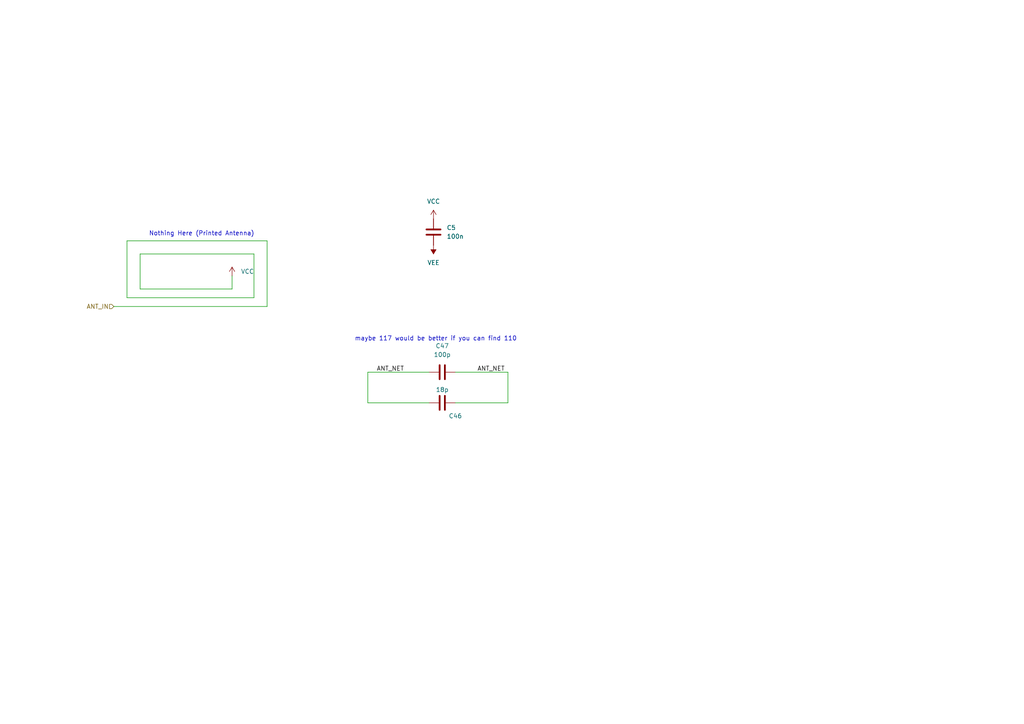
<source format=kicad_sch>
(kicad_sch (version 20211123) (generator eeschema)
  (paper "A4")
  (lib_symbols
    (symbol "Device:C" (pin_numbers hide) (pin_names (offset 0.254))
      (property "Reference" "C" (at 0.635 2.54 0))
      (property "Value" "C" (at 0.635 -2.54 0))
      (symbol "C_0_1"
        (polyline (pts (xy -2.032 -0.762) (xy 2.032 -0.762)) (stroke (width 0.508)))
        (polyline (pts (xy -2.032 0.762) (xy 2.032 0.762)) (stroke (width 0.508)))
      )
      (symbol "C_1_1"
        (pin passive line (at 0 3.81 270) (length 2.794) (name "~") (number "1"))
        (pin passive line (at 0 -3.81 90) (length 2.794) (name "~") (number "2"))
      )
    )
    (symbol "power:VCC" (power) (pin_names (offset 0))
      (property "Value" "VCC" (at 0 3.81 0))
      (symbol "VCC_0_1"
        (polyline (pts (xy -0.762 1.27) (xy 0 2.54)))
        (polyline (pts (xy 0 0) (xy 0 2.54)))
        (polyline (pts (xy 0 2.54) (xy 0.762 1.27)))
      )
      (symbol "VCC_1_1"
        (pin power_in line (at 0 0 90) (length 0) hide (name "VCC") (number "1"))
      )
    )
    (symbol "power:VEE" (power) (pin_names (offset 0))
      (property "Value" "VEE" (at 0 3.81 0))
      (symbol "VEE_0_1"
        (polyline (pts (xy 0 0) (xy 0 2.54)))
        (polyline (pts (xy 0.762 1.27) (xy -0.762 1.27) (xy 0 2.54) (xy 0.762 1.27)) (fill (type outline)))
      )
      (symbol "VEE_1_1"
        (pin power_in line (at 0 0 90) (length 0) hide (name "VEE") (number "1"))
      )
    )
  )
  (wire (pts (xy 73.66 86.36) (xy 73.66 73.66)))
  (wire (pts (xy 67.31 80.01) (xy 67.31 83.82)))
  (wire (pts (xy 40.64 83.82) (xy 67.31 83.82)))
  (wire (pts (xy 77.47 69.85) (xy 36.83 69.85)))
  (wire (pts (xy 106.68 116.84) (xy 106.68 107.95)))
  (wire (pts (xy 33.02 88.9) (xy 77.47 88.9)))
  (wire (pts (xy 40.64 73.66) (xy 40.64 83.82)))
  (wire (pts (xy 36.83 86.36) (xy 73.66 86.36)))
  (wire (pts (xy 73.66 73.66) (xy 40.64 73.66)))
  (wire (pts (xy 77.47 88.9) (xy 77.47 69.85)))
  (wire (pts (xy 124.46 116.84) (xy 106.68 116.84)))
  (wire (pts (xy 132.08 107.95) (xy 147.32 107.95)))
  (wire (pts (xy 132.08 116.84) (xy 147.32 116.84)))
  (wire (pts (xy 36.83 69.85) (xy 36.83 86.36)))
  (wire (pts (xy 147.32 116.84) (xy 147.32 107.95)))
  (wire (pts (xy 106.68 107.95) (xy 124.46 107.95)))
  (text "Nothing Here (Printed Antenna)" (at 43.18 68.58 0) (effects (font (size 1.27 1.27)) (justify left bottom)))
  (text "maybe 117 would be better if you can find 110" (at 102.87 99.06 0) (effects (font (size 1.27 1.27)) (justify left bottom)))
  (label "ANT_NET" (at 138.43 107.95 0))
  (label "ANT_NET" (at 109.22 107.95 0))
  (hierarchical_label "ANT_IN" (shape input) (at 33.02 88.9 180))
  (symbol (lib_id "power:VCC") (at 67.31 80.01 0) (unit 1)
    (property "Reference" "#PWR0178" (effects hide))
    (property "Value" "VCC" (at 69.85 78.7399 0) (effects (justify left)))
  )
  (symbol (lib_id "Device:C") (at 125.73 67.31 0) (unit 1)
    (property "Reference" "C5" (at 129.54 66.0399 0) (effects (justify left)))
    (property "Value" "100n" (at 129.54 68.5799 0) (effects (justify left)))
    (property "Footprint" "Capacitor_SMD:C_0603_1608Metric" (effects hide))
  )
  (symbol (lib_id "power:VEE") (at 125.73 71.12 180) (unit 1)
    (property "Reference" "#PWR0103" (effects hide))
    (property "Value" "VEE" (at 125.73 76.2 0))
  )
  (symbol (lib_id "Device:C") (at 128.27 116.84 90) (unit 1)
    (property "Reference" "C46" (at 132.08 120.65 90))
    (property "Value" "18p" (at 128.27 113.03 90))
    (property "Footprint" "Capacitor_SMD:C_0603_1608Metric" (effects hide))
  )
  (symbol (lib_id "Device:C") (at 128.27 107.95 90) (unit 1)
    (property "Reference" "C47" (at 128.27 100.33 90))
    (property "Value" "100p" (at 128.27 102.87 90))
    (property "Footprint" "Capacitor_SMD:C_0603_1608Metric" (effects hide))
  )
  (symbol (lib_id "power:VCC") (at 125.73 63.5 0) (unit 1)
    (property "Reference" "#PWR0120" (effects hide))
    (property "Value" "VCC" (at 125.73 58.42 0))
  )
)
</source>
